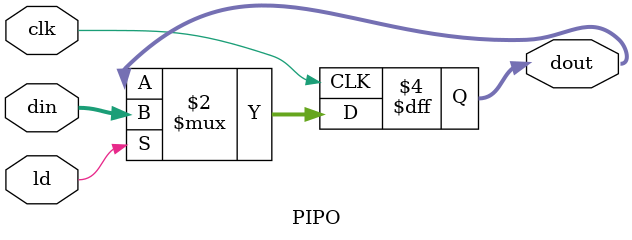
<source format=v>
module PIPO(
input [7:0]din,
input ld,
input clk,
output reg [7:0]dout);


always @(posedge clk)begin
	if(ld) dout<=din;

end
endmodule

</source>
